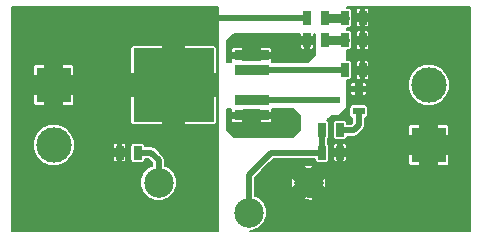
<source format=gtl>
G04 #@! TF.FileFunction,Copper,L1,Top,Signal*
%FSLAX46Y46*%
G04 Gerber Fmt 4.6, Leading zero omitted, Abs format (unit mm)*
G04 Created by KiCad (PCBNEW 4.0.4-stable) date Thu Oct  6 13:32:55 2016*
%MOMM*%
%LPD*%
G01*
G04 APERTURE LIST*
%ADD10C,0.100000*%
%ADD11R,6.799580X6.250940*%
%ADD12R,2.999740X0.810260*%
%ADD13R,3.000000X3.000000*%
%ADD14C,3.000000*%
%ADD15R,0.635000X1.143000*%
%ADD16C,2.499360*%
%ADD17R,1.000760X0.599440*%
%ADD18C,0.600000*%
%ADD19C,0.500000*%
%ADD20C,0.750000*%
%ADD21C,0.170000*%
G04 APERTURE END LIST*
D10*
D11*
X140970000Y-71755000D03*
D12*
X147568920Y-74295000D03*
X147568920Y-73025000D03*
X147568920Y-70485000D03*
X147568920Y-69215000D03*
D13*
X162560000Y-76835000D03*
D14*
X162560000Y-71755000D03*
D15*
X155448000Y-66040000D03*
X156972000Y-66040000D03*
X155448000Y-67945000D03*
X156972000Y-67945000D03*
D13*
X130810000Y-71755000D03*
D14*
X130810000Y-76835000D03*
D15*
X152273000Y-66040000D03*
X153797000Y-66040000D03*
X152273000Y-67945000D03*
X153797000Y-67945000D03*
X153543000Y-75565000D03*
X155067000Y-75565000D03*
X155448000Y-70485000D03*
X156972000Y-70485000D03*
D16*
X152400000Y-80010000D03*
X147320000Y-82550000D03*
X139700000Y-80010000D03*
D17*
X156631640Y-73977500D03*
X154518360Y-73025000D03*
X156631640Y-72072500D03*
D15*
X153543000Y-77470000D03*
X155067000Y-77470000D03*
X136398000Y-77470000D03*
X137922000Y-77470000D03*
D18*
X141605000Y-75565000D03*
X140970000Y-75565000D03*
X140335000Y-75565000D03*
X139700000Y-75565000D03*
X139065000Y-75565000D03*
X138430000Y-75565000D03*
X137795000Y-75565000D03*
X137160000Y-75565000D03*
X136525000Y-75565000D03*
X136525000Y-74930000D03*
X136525000Y-74295000D03*
X136525000Y-73660000D03*
X136525000Y-73025000D03*
X136525000Y-72390000D03*
X136525000Y-71755000D03*
X136525000Y-71120000D03*
X136525000Y-70485000D03*
X136525000Y-69850000D03*
X136525000Y-69215000D03*
X136525000Y-68580000D03*
X136525000Y-67945000D03*
X142240000Y-75565000D03*
X142875000Y-75565000D03*
X137160000Y-67945000D03*
X140970000Y-67945000D03*
X140335000Y-67945000D03*
X139700000Y-67945000D03*
X139065000Y-67945000D03*
X138430000Y-67945000D03*
X137795000Y-67945000D03*
X141605000Y-67945000D03*
X142240000Y-67945000D03*
X142875000Y-67945000D03*
X150495000Y-69215000D03*
X149860000Y-69215000D03*
X149860000Y-74295000D03*
X151130000Y-74930000D03*
X151130000Y-74295000D03*
X150495000Y-74295000D03*
X149860000Y-74930000D03*
X150495000Y-74930000D03*
X151130000Y-75565000D03*
X150495000Y-75565000D03*
X149860000Y-75565000D03*
X149225000Y-75565000D03*
X148590000Y-75565000D03*
X147320000Y-75565000D03*
X147955000Y-75565000D03*
X151130000Y-69215000D03*
X151130000Y-68580000D03*
X150495000Y-68580000D03*
X149860000Y-68580000D03*
X151130000Y-67945000D03*
X147320000Y-67945000D03*
X147955000Y-67945000D03*
X148590000Y-67945000D03*
X149225000Y-67945000D03*
X149860000Y-67945000D03*
X150495000Y-67945000D03*
X146685000Y-75565000D03*
X146050000Y-75565000D03*
X146685000Y-67945000D03*
X146050000Y-67945000D03*
D19*
X140970000Y-75565000D02*
X141605000Y-75565000D01*
X141605000Y-75565000D02*
X142240000Y-75565000D01*
X142240000Y-75565000D02*
X142875000Y-75565000D01*
X140970000Y-71755000D02*
X136525000Y-71755000D01*
X140970000Y-75565000D02*
X140970000Y-71755000D01*
X137160000Y-67945000D02*
X136525000Y-67945000D01*
X136525000Y-67945000D02*
X136525000Y-68580000D01*
X136525000Y-68580000D02*
X136525000Y-69215000D01*
X136525000Y-69215000D02*
X136525000Y-69850000D01*
X136525000Y-69850000D02*
X136525000Y-70485000D01*
X136525000Y-70485000D02*
X136525000Y-71120000D01*
X136525000Y-71120000D02*
X136525000Y-71755000D01*
X137160000Y-67945000D02*
X137795000Y-67945000D01*
X138430000Y-67945000D02*
X137795000Y-67945000D01*
X139065000Y-67945000D02*
X138430000Y-67945000D01*
X139700000Y-67945000D02*
X139065000Y-67945000D01*
X140335000Y-67945000D02*
X139700000Y-67945000D01*
X140970000Y-67945000D02*
X140335000Y-67945000D01*
X140970000Y-67945000D02*
X140970000Y-71755000D01*
X136525000Y-75565000D02*
X137160000Y-75565000D01*
X137160000Y-75565000D02*
X137795000Y-75565000D01*
X137795000Y-75565000D02*
X138430000Y-75565000D01*
X138430000Y-75565000D02*
X139065000Y-75565000D01*
X139065000Y-75565000D02*
X139700000Y-75565000D01*
X139700000Y-75565000D02*
X140335000Y-75565000D01*
X140335000Y-75565000D02*
X140970000Y-75565000D01*
X136525000Y-71755000D02*
X136525000Y-72390000D01*
X136525000Y-72390000D02*
X136525000Y-73025000D01*
X136525000Y-73025000D02*
X136525000Y-73660000D01*
X136525000Y-73660000D02*
X136525000Y-74295000D01*
X136525000Y-74295000D02*
X136525000Y-74930000D01*
X136525000Y-74930000D02*
X136525000Y-75565000D01*
X140970000Y-67945000D02*
X141605000Y-67945000D01*
X141605000Y-67945000D02*
X142240000Y-67945000D01*
X142240000Y-67945000D02*
X142875000Y-67945000D01*
X152273000Y-66040000D02*
X142240000Y-66040000D01*
X140970000Y-67310000D02*
X140970000Y-67945000D01*
X142240000Y-66040000D02*
X140970000Y-67310000D01*
D20*
X153797000Y-66040000D02*
X155448000Y-66040000D01*
X153797000Y-67945000D02*
X155448000Y-67945000D01*
D19*
X151130000Y-74930000D02*
X151130000Y-74295000D01*
X150495000Y-74295000D02*
X151130000Y-74295000D01*
X150495000Y-74295000D02*
X149860000Y-74295000D01*
X149860000Y-74930000D02*
X150495000Y-74930000D01*
X150495000Y-74930000D02*
X151130000Y-74930000D01*
X148590000Y-75565000D02*
X149225000Y-75565000D01*
X149225000Y-75565000D02*
X149860000Y-75565000D01*
X149860000Y-75565000D02*
X150495000Y-75565000D01*
X151130000Y-75565000D02*
X150495000Y-75565000D01*
X147955000Y-75565000D02*
X147320000Y-75565000D01*
X147955000Y-75565000D02*
X148590000Y-75565000D01*
X151130000Y-74930000D02*
X151130000Y-75565000D01*
X149860000Y-69215000D02*
X150495000Y-69215000D01*
X150495000Y-69215000D02*
X151130000Y-69215000D01*
X151130000Y-69215000D02*
X151130000Y-68580000D01*
X150495000Y-68580000D02*
X151130000Y-68580000D01*
X149860000Y-68580000D02*
X150495000Y-68580000D01*
X151130000Y-68580000D02*
X151130000Y-67945000D01*
X151130000Y-67945000D02*
X150495000Y-67945000D01*
X149860000Y-67945000D02*
X150495000Y-67945000D01*
X149225000Y-67945000D02*
X149860000Y-67945000D01*
X148590000Y-67945000D02*
X149225000Y-67945000D01*
X147955000Y-67945000D02*
X148590000Y-67945000D01*
X147320000Y-67945000D02*
X147955000Y-67945000D01*
X146685000Y-75565000D02*
X147320000Y-75565000D01*
X146050000Y-75565000D02*
X146685000Y-75565000D01*
X147568920Y-75316080D02*
X147320000Y-75565000D01*
X147568920Y-74295000D02*
X147568920Y-75316080D01*
X149860000Y-69215000D02*
X147568920Y-69215000D01*
X146050000Y-67945000D02*
X146685000Y-67945000D01*
X146685000Y-67945000D02*
X147320000Y-67945000D01*
X147568920Y-68193920D02*
X147320000Y-67945000D01*
X147568920Y-68193920D02*
X147568920Y-69215000D01*
X147568920Y-70485000D02*
X155448000Y-70485000D01*
X156631640Y-73977500D02*
X156631640Y-75143360D01*
X156210000Y-75565000D02*
X155067000Y-75565000D01*
X156631640Y-75143360D02*
X156210000Y-75565000D01*
X147568920Y-73025000D02*
X154518360Y-73025000D01*
X153543000Y-77470000D02*
X149225000Y-77470000D01*
X147320000Y-79375000D02*
X149225000Y-77470000D01*
X147320000Y-79375000D02*
X147320000Y-82550000D01*
X153543000Y-75565000D02*
X153543000Y-77470000D01*
X139700000Y-80010000D02*
X139700000Y-78105000D01*
X139065000Y-77470000D02*
X137922000Y-77470000D01*
X139700000Y-78105000D02*
X139065000Y-77470000D01*
D21*
G36*
X144695000Y-84125000D02*
X127330000Y-84125000D01*
X127330000Y-77188501D01*
X129024691Y-77188501D01*
X129295868Y-77844800D01*
X129797559Y-78347367D01*
X130453384Y-78619689D01*
X131163501Y-78620309D01*
X131819800Y-78349132D01*
X132322367Y-77847441D01*
X132333969Y-77819500D01*
X135825500Y-77819500D01*
X135825500Y-78092222D01*
X135864321Y-78185946D01*
X135936054Y-78257678D01*
X136029777Y-78296500D01*
X136175500Y-78296500D01*
X136239250Y-78232750D01*
X136239250Y-77755750D01*
X136556750Y-77755750D01*
X136556750Y-78232750D01*
X136620500Y-78296500D01*
X136766223Y-78296500D01*
X136859946Y-78257678D01*
X136931679Y-78185946D01*
X136970500Y-78092222D01*
X136970500Y-77819500D01*
X136906750Y-77755750D01*
X136556750Y-77755750D01*
X136239250Y-77755750D01*
X135889250Y-77755750D01*
X135825500Y-77819500D01*
X132333969Y-77819500D01*
X132594689Y-77191616D01*
X132594989Y-76847778D01*
X135825500Y-76847778D01*
X135825500Y-77120500D01*
X135889250Y-77184250D01*
X136239250Y-77184250D01*
X136239250Y-76707250D01*
X136556750Y-76707250D01*
X136556750Y-77184250D01*
X136906750Y-77184250D01*
X136970500Y-77120500D01*
X136970500Y-76898500D01*
X137313917Y-76898500D01*
X137313917Y-78041500D01*
X137333790Y-78147115D01*
X137396208Y-78244115D01*
X137491447Y-78309189D01*
X137604500Y-78332083D01*
X138239500Y-78332083D01*
X138345115Y-78312210D01*
X138442115Y-78249792D01*
X138507189Y-78154553D01*
X138530083Y-78041500D01*
X138530083Y-78005000D01*
X138843396Y-78005000D01*
X139165000Y-78326604D01*
X139165000Y-78570531D01*
X138831809Y-78708203D01*
X138399720Y-79139539D01*
X138165587Y-79703394D01*
X138165054Y-80313927D01*
X138398203Y-80878191D01*
X138829539Y-81310280D01*
X139393394Y-81544413D01*
X140003927Y-81544946D01*
X140568191Y-81311797D01*
X141000280Y-80880461D01*
X141234413Y-80316606D01*
X141234946Y-79706073D01*
X141001797Y-79141809D01*
X140570461Y-78709720D01*
X140235000Y-78570424D01*
X140235000Y-78105000D01*
X140194276Y-77900264D01*
X140078302Y-77726698D01*
X139443302Y-77091698D01*
X139269736Y-76975724D01*
X139065000Y-76935000D01*
X138530083Y-76935000D01*
X138530083Y-76898500D01*
X138510210Y-76792885D01*
X138447792Y-76695885D01*
X138352553Y-76630811D01*
X138239500Y-76607917D01*
X137604500Y-76607917D01*
X137498885Y-76627790D01*
X137401885Y-76690208D01*
X137336811Y-76785447D01*
X137313917Y-76898500D01*
X136970500Y-76898500D01*
X136970500Y-76847778D01*
X136931679Y-76754054D01*
X136859946Y-76682322D01*
X136766223Y-76643500D01*
X136620500Y-76643500D01*
X136556750Y-76707250D01*
X136239250Y-76707250D01*
X136175500Y-76643500D01*
X136029777Y-76643500D01*
X135936054Y-76682322D01*
X135864321Y-76754054D01*
X135825500Y-76847778D01*
X132594989Y-76847778D01*
X132595309Y-76481499D01*
X132324132Y-75825200D01*
X131822441Y-75322633D01*
X131166616Y-75050311D01*
X130456499Y-75049691D01*
X129800200Y-75320868D01*
X129297633Y-75822559D01*
X129025311Y-76478384D01*
X129024691Y-77188501D01*
X127330000Y-77188501D01*
X127330000Y-72568750D01*
X129055000Y-72568750D01*
X129055000Y-73305723D01*
X129093822Y-73399446D01*
X129165554Y-73471179D01*
X129259278Y-73510000D01*
X129996250Y-73510000D01*
X130060000Y-73446250D01*
X130060000Y-72505000D01*
X131560000Y-72505000D01*
X131560000Y-73446250D01*
X131623750Y-73510000D01*
X132360722Y-73510000D01*
X132454446Y-73471179D01*
X132526178Y-73399446D01*
X132565000Y-73305723D01*
X132565000Y-72733750D01*
X137315210Y-72733750D01*
X137315210Y-74931193D01*
X137354032Y-75024916D01*
X137425764Y-75096649D01*
X137519488Y-75135470D01*
X139991250Y-75135470D01*
X140055000Y-75071720D01*
X140055000Y-72670000D01*
X141885000Y-72670000D01*
X141885000Y-75071720D01*
X141948750Y-75135470D01*
X144420512Y-75135470D01*
X144514236Y-75096649D01*
X144585968Y-75024916D01*
X144624790Y-74931193D01*
X144624790Y-72733750D01*
X144561040Y-72670000D01*
X141885000Y-72670000D01*
X140055000Y-72670000D01*
X137378960Y-72670000D01*
X137315210Y-72733750D01*
X132565000Y-72733750D01*
X132565000Y-72568750D01*
X132501250Y-72505000D01*
X131560000Y-72505000D01*
X130060000Y-72505000D01*
X129118750Y-72505000D01*
X129055000Y-72568750D01*
X127330000Y-72568750D01*
X127330000Y-70204277D01*
X129055000Y-70204277D01*
X129055000Y-70941250D01*
X129118750Y-71005000D01*
X130060000Y-71005000D01*
X130060000Y-70063750D01*
X131560000Y-70063750D01*
X131560000Y-71005000D01*
X132501250Y-71005000D01*
X132565000Y-70941250D01*
X132565000Y-70204277D01*
X132526178Y-70110554D01*
X132454446Y-70038821D01*
X132360722Y-70000000D01*
X131623750Y-70000000D01*
X131560000Y-70063750D01*
X130060000Y-70063750D01*
X129996250Y-70000000D01*
X129259278Y-70000000D01*
X129165554Y-70038821D01*
X129093822Y-70110554D01*
X129055000Y-70204277D01*
X127330000Y-70204277D01*
X127330000Y-68578807D01*
X137315210Y-68578807D01*
X137315210Y-70776250D01*
X137378960Y-70840000D01*
X140055000Y-70840000D01*
X140055000Y-68438280D01*
X141885000Y-68438280D01*
X141885000Y-70840000D01*
X144561040Y-70840000D01*
X144624790Y-70776250D01*
X144624790Y-68578807D01*
X144585968Y-68485084D01*
X144514236Y-68413351D01*
X144420512Y-68374530D01*
X141948750Y-68374530D01*
X141885000Y-68438280D01*
X140055000Y-68438280D01*
X139991250Y-68374530D01*
X137519488Y-68374530D01*
X137425764Y-68413351D01*
X137354032Y-68485084D01*
X137315210Y-68578807D01*
X127330000Y-68578807D01*
X127330000Y-65100000D01*
X144695000Y-65100000D01*
X144695000Y-84125000D01*
X144695000Y-84125000D01*
G37*
X144695000Y-84125000D02*
X127330000Y-84125000D01*
X127330000Y-77188501D01*
X129024691Y-77188501D01*
X129295868Y-77844800D01*
X129797559Y-78347367D01*
X130453384Y-78619689D01*
X131163501Y-78620309D01*
X131819800Y-78349132D01*
X132322367Y-77847441D01*
X132333969Y-77819500D01*
X135825500Y-77819500D01*
X135825500Y-78092222D01*
X135864321Y-78185946D01*
X135936054Y-78257678D01*
X136029777Y-78296500D01*
X136175500Y-78296500D01*
X136239250Y-78232750D01*
X136239250Y-77755750D01*
X136556750Y-77755750D01*
X136556750Y-78232750D01*
X136620500Y-78296500D01*
X136766223Y-78296500D01*
X136859946Y-78257678D01*
X136931679Y-78185946D01*
X136970500Y-78092222D01*
X136970500Y-77819500D01*
X136906750Y-77755750D01*
X136556750Y-77755750D01*
X136239250Y-77755750D01*
X135889250Y-77755750D01*
X135825500Y-77819500D01*
X132333969Y-77819500D01*
X132594689Y-77191616D01*
X132594989Y-76847778D01*
X135825500Y-76847778D01*
X135825500Y-77120500D01*
X135889250Y-77184250D01*
X136239250Y-77184250D01*
X136239250Y-76707250D01*
X136556750Y-76707250D01*
X136556750Y-77184250D01*
X136906750Y-77184250D01*
X136970500Y-77120500D01*
X136970500Y-76898500D01*
X137313917Y-76898500D01*
X137313917Y-78041500D01*
X137333790Y-78147115D01*
X137396208Y-78244115D01*
X137491447Y-78309189D01*
X137604500Y-78332083D01*
X138239500Y-78332083D01*
X138345115Y-78312210D01*
X138442115Y-78249792D01*
X138507189Y-78154553D01*
X138530083Y-78041500D01*
X138530083Y-78005000D01*
X138843396Y-78005000D01*
X139165000Y-78326604D01*
X139165000Y-78570531D01*
X138831809Y-78708203D01*
X138399720Y-79139539D01*
X138165587Y-79703394D01*
X138165054Y-80313927D01*
X138398203Y-80878191D01*
X138829539Y-81310280D01*
X139393394Y-81544413D01*
X140003927Y-81544946D01*
X140568191Y-81311797D01*
X141000280Y-80880461D01*
X141234413Y-80316606D01*
X141234946Y-79706073D01*
X141001797Y-79141809D01*
X140570461Y-78709720D01*
X140235000Y-78570424D01*
X140235000Y-78105000D01*
X140194276Y-77900264D01*
X140078302Y-77726698D01*
X139443302Y-77091698D01*
X139269736Y-76975724D01*
X139065000Y-76935000D01*
X138530083Y-76935000D01*
X138530083Y-76898500D01*
X138510210Y-76792885D01*
X138447792Y-76695885D01*
X138352553Y-76630811D01*
X138239500Y-76607917D01*
X137604500Y-76607917D01*
X137498885Y-76627790D01*
X137401885Y-76690208D01*
X137336811Y-76785447D01*
X137313917Y-76898500D01*
X136970500Y-76898500D01*
X136970500Y-76847778D01*
X136931679Y-76754054D01*
X136859946Y-76682322D01*
X136766223Y-76643500D01*
X136620500Y-76643500D01*
X136556750Y-76707250D01*
X136239250Y-76707250D01*
X136175500Y-76643500D01*
X136029777Y-76643500D01*
X135936054Y-76682322D01*
X135864321Y-76754054D01*
X135825500Y-76847778D01*
X132594989Y-76847778D01*
X132595309Y-76481499D01*
X132324132Y-75825200D01*
X131822441Y-75322633D01*
X131166616Y-75050311D01*
X130456499Y-75049691D01*
X129800200Y-75320868D01*
X129297633Y-75822559D01*
X129025311Y-76478384D01*
X129024691Y-77188501D01*
X127330000Y-77188501D01*
X127330000Y-72568750D01*
X129055000Y-72568750D01*
X129055000Y-73305723D01*
X129093822Y-73399446D01*
X129165554Y-73471179D01*
X129259278Y-73510000D01*
X129996250Y-73510000D01*
X130060000Y-73446250D01*
X130060000Y-72505000D01*
X131560000Y-72505000D01*
X131560000Y-73446250D01*
X131623750Y-73510000D01*
X132360722Y-73510000D01*
X132454446Y-73471179D01*
X132526178Y-73399446D01*
X132565000Y-73305723D01*
X132565000Y-72733750D01*
X137315210Y-72733750D01*
X137315210Y-74931193D01*
X137354032Y-75024916D01*
X137425764Y-75096649D01*
X137519488Y-75135470D01*
X139991250Y-75135470D01*
X140055000Y-75071720D01*
X140055000Y-72670000D01*
X141885000Y-72670000D01*
X141885000Y-75071720D01*
X141948750Y-75135470D01*
X144420512Y-75135470D01*
X144514236Y-75096649D01*
X144585968Y-75024916D01*
X144624790Y-74931193D01*
X144624790Y-72733750D01*
X144561040Y-72670000D01*
X141885000Y-72670000D01*
X140055000Y-72670000D01*
X137378960Y-72670000D01*
X137315210Y-72733750D01*
X132565000Y-72733750D01*
X132565000Y-72568750D01*
X132501250Y-72505000D01*
X131560000Y-72505000D01*
X130060000Y-72505000D01*
X129118750Y-72505000D01*
X129055000Y-72568750D01*
X127330000Y-72568750D01*
X127330000Y-70204277D01*
X129055000Y-70204277D01*
X129055000Y-70941250D01*
X129118750Y-71005000D01*
X130060000Y-71005000D01*
X130060000Y-70063750D01*
X131560000Y-70063750D01*
X131560000Y-71005000D01*
X132501250Y-71005000D01*
X132565000Y-70941250D01*
X132565000Y-70204277D01*
X132526178Y-70110554D01*
X132454446Y-70038821D01*
X132360722Y-70000000D01*
X131623750Y-70000000D01*
X131560000Y-70063750D01*
X130060000Y-70063750D01*
X129996250Y-70000000D01*
X129259278Y-70000000D01*
X129165554Y-70038821D01*
X129093822Y-70110554D01*
X129055000Y-70204277D01*
X127330000Y-70204277D01*
X127330000Y-68578807D01*
X137315210Y-68578807D01*
X137315210Y-70776250D01*
X137378960Y-70840000D01*
X140055000Y-70840000D01*
X140055000Y-68438280D01*
X141885000Y-68438280D01*
X141885000Y-70840000D01*
X144561040Y-70840000D01*
X144624790Y-70776250D01*
X144624790Y-68578807D01*
X144585968Y-68485084D01*
X144514236Y-68413351D01*
X144420512Y-68374530D01*
X141948750Y-68374530D01*
X141885000Y-68438280D01*
X140055000Y-68438280D01*
X139991250Y-68374530D01*
X137519488Y-68374530D01*
X137425764Y-68413351D01*
X137354032Y-68485084D01*
X137315210Y-68578807D01*
X127330000Y-68578807D01*
X127330000Y-65100000D01*
X144695000Y-65100000D01*
X144695000Y-84125000D01*
G36*
X151700500Y-67595500D02*
X151764250Y-67659250D01*
X152114250Y-67659250D01*
X152114250Y-67395000D01*
X152431750Y-67395000D01*
X152431750Y-67659250D01*
X152781750Y-67659250D01*
X152845500Y-67595500D01*
X152845500Y-67395000D01*
X152950000Y-67395000D01*
X152950000Y-69179792D01*
X152364792Y-69765000D01*
X149284544Y-69765000D01*
X149284968Y-69764576D01*
X149323790Y-69670853D01*
X149323790Y-69481315D01*
X149260040Y-69417565D01*
X148318855Y-69417565D01*
X148318855Y-69620130D01*
X146818985Y-69620130D01*
X146818985Y-69417565D01*
X145877800Y-69417565D01*
X145814050Y-69481315D01*
X145814050Y-69670853D01*
X145852872Y-69764576D01*
X145853296Y-69765000D01*
X145500000Y-69765000D01*
X145500000Y-68759147D01*
X145814050Y-68759147D01*
X145814050Y-68948685D01*
X145877800Y-69012435D01*
X146818985Y-69012435D01*
X146818985Y-68618620D01*
X148318855Y-68618620D01*
X148318855Y-69012435D01*
X149260040Y-69012435D01*
X149323790Y-68948685D01*
X149323790Y-68759147D01*
X149284968Y-68665424D01*
X149213236Y-68593691D01*
X149119512Y-68554870D01*
X148382605Y-68554870D01*
X148318855Y-68618620D01*
X146818985Y-68618620D01*
X146755235Y-68554870D01*
X146018328Y-68554870D01*
X145924604Y-68593691D01*
X145852872Y-68665424D01*
X145814050Y-68759147D01*
X145500000Y-68759147D01*
X145500000Y-68294500D01*
X151700500Y-68294500D01*
X151700500Y-68567222D01*
X151739321Y-68660946D01*
X151811054Y-68732678D01*
X151904777Y-68771500D01*
X152050500Y-68771500D01*
X152114250Y-68707750D01*
X152114250Y-68230750D01*
X152431750Y-68230750D01*
X152431750Y-68707750D01*
X152495500Y-68771500D01*
X152641223Y-68771500D01*
X152734946Y-68732678D01*
X152806679Y-68660946D01*
X152845500Y-68567222D01*
X152845500Y-68294500D01*
X152781750Y-68230750D01*
X152431750Y-68230750D01*
X152114250Y-68230750D01*
X151764250Y-68230750D01*
X151700500Y-68294500D01*
X145500000Y-68294500D01*
X145500000Y-67980208D01*
X146085208Y-67395000D01*
X151700500Y-67395000D01*
X151700500Y-67595500D01*
X151700500Y-67595500D01*
G37*
X151700500Y-67595500D02*
X151764250Y-67659250D01*
X152114250Y-67659250D01*
X152114250Y-67395000D01*
X152431750Y-67395000D01*
X152431750Y-67659250D01*
X152781750Y-67659250D01*
X152845500Y-67595500D01*
X152845500Y-67395000D01*
X152950000Y-67395000D01*
X152950000Y-69179792D01*
X152364792Y-69765000D01*
X149284544Y-69765000D01*
X149284968Y-69764576D01*
X149323790Y-69670853D01*
X149323790Y-69481315D01*
X149260040Y-69417565D01*
X148318855Y-69417565D01*
X148318855Y-69620130D01*
X146818985Y-69620130D01*
X146818985Y-69417565D01*
X145877800Y-69417565D01*
X145814050Y-69481315D01*
X145814050Y-69670853D01*
X145852872Y-69764576D01*
X145853296Y-69765000D01*
X145500000Y-69765000D01*
X145500000Y-68759147D01*
X145814050Y-68759147D01*
X145814050Y-68948685D01*
X145877800Y-69012435D01*
X146818985Y-69012435D01*
X146818985Y-68618620D01*
X148318855Y-68618620D01*
X148318855Y-69012435D01*
X149260040Y-69012435D01*
X149323790Y-68948685D01*
X149323790Y-68759147D01*
X149284968Y-68665424D01*
X149213236Y-68593691D01*
X149119512Y-68554870D01*
X148382605Y-68554870D01*
X148318855Y-68618620D01*
X146818985Y-68618620D01*
X146755235Y-68554870D01*
X146018328Y-68554870D01*
X145924604Y-68593691D01*
X145852872Y-68665424D01*
X145814050Y-68759147D01*
X145500000Y-68759147D01*
X145500000Y-68294500D01*
X151700500Y-68294500D01*
X151700500Y-68567222D01*
X151739321Y-68660946D01*
X151811054Y-68732678D01*
X151904777Y-68771500D01*
X152050500Y-68771500D01*
X152114250Y-68707750D01*
X152114250Y-68230750D01*
X152431750Y-68230750D01*
X152431750Y-68707750D01*
X152495500Y-68771500D01*
X152641223Y-68771500D01*
X152734946Y-68732678D01*
X152806679Y-68660946D01*
X152845500Y-68567222D01*
X152845500Y-68294500D01*
X152781750Y-68230750D01*
X152431750Y-68230750D01*
X152114250Y-68230750D01*
X151764250Y-68230750D01*
X151700500Y-68294500D01*
X145500000Y-68294500D01*
X145500000Y-67980208D01*
X146085208Y-67395000D01*
X151700500Y-67395000D01*
X151700500Y-67595500D01*
G36*
X145852872Y-73745424D02*
X145814050Y-73839147D01*
X145814050Y-74028685D01*
X145877800Y-74092435D01*
X146818985Y-74092435D01*
X146818985Y-73889870D01*
X148318855Y-73889870D01*
X148318855Y-74092435D01*
X149260040Y-74092435D01*
X149323790Y-74028685D01*
X149323790Y-73839147D01*
X149284968Y-73745424D01*
X149284544Y-73745000D01*
X151094792Y-73745000D01*
X151680000Y-74330208D01*
X151680000Y-75529792D01*
X151094792Y-76115000D01*
X146085208Y-76115000D01*
X145500000Y-75529792D01*
X145500000Y-74561315D01*
X145814050Y-74561315D01*
X145814050Y-74750853D01*
X145852872Y-74844576D01*
X145924604Y-74916309D01*
X146018328Y-74955130D01*
X146755235Y-74955130D01*
X146818985Y-74891380D01*
X146818985Y-74497565D01*
X148318855Y-74497565D01*
X148318855Y-74891380D01*
X148382605Y-74955130D01*
X149119512Y-74955130D01*
X149213236Y-74916309D01*
X149284968Y-74844576D01*
X149323790Y-74750853D01*
X149323790Y-74561315D01*
X149260040Y-74497565D01*
X148318855Y-74497565D01*
X146818985Y-74497565D01*
X145877800Y-74497565D01*
X145814050Y-74561315D01*
X145500000Y-74561315D01*
X145500000Y-73745000D01*
X145853296Y-73745000D01*
X145852872Y-73745424D01*
X145852872Y-73745424D01*
G37*
X145852872Y-73745424D02*
X145814050Y-73839147D01*
X145814050Y-74028685D01*
X145877800Y-74092435D01*
X146818985Y-74092435D01*
X146818985Y-73889870D01*
X148318855Y-73889870D01*
X148318855Y-74092435D01*
X149260040Y-74092435D01*
X149323790Y-74028685D01*
X149323790Y-73839147D01*
X149284968Y-73745424D01*
X149284544Y-73745000D01*
X151094792Y-73745000D01*
X151680000Y-74330208D01*
X151680000Y-75529792D01*
X151094792Y-76115000D01*
X146085208Y-76115000D01*
X145500000Y-75529792D01*
X145500000Y-74561315D01*
X145814050Y-74561315D01*
X145814050Y-74750853D01*
X145852872Y-74844576D01*
X145924604Y-74916309D01*
X146018328Y-74955130D01*
X146755235Y-74955130D01*
X146818985Y-74891380D01*
X146818985Y-74497565D01*
X148318855Y-74497565D01*
X148318855Y-74891380D01*
X148382605Y-74955130D01*
X149119512Y-74955130D01*
X149213236Y-74916309D01*
X149284968Y-74844576D01*
X149323790Y-74750853D01*
X149323790Y-74561315D01*
X149260040Y-74497565D01*
X148318855Y-74497565D01*
X146818985Y-74497565D01*
X145877800Y-74497565D01*
X145814050Y-74561315D01*
X145500000Y-74561315D01*
X145500000Y-73745000D01*
X145853296Y-73745000D01*
X145852872Y-73745424D01*
G36*
X166040000Y-84125000D02*
X147405000Y-84125000D01*
X147405000Y-84084755D01*
X147623927Y-84084946D01*
X148188191Y-83851797D01*
X148620280Y-83420461D01*
X148854413Y-82856606D01*
X148854946Y-82246073D01*
X148621797Y-81681809D01*
X148333510Y-81393018D01*
X151900639Y-81393018D01*
X152081932Y-81510824D01*
X152680484Y-81518300D01*
X152718068Y-81510824D01*
X152899361Y-81393018D01*
X152400000Y-80893657D01*
X151900639Y-81393018D01*
X148333510Y-81393018D01*
X148190461Y-81249720D01*
X147855000Y-81110424D01*
X147855000Y-80290484D01*
X150891700Y-80290484D01*
X150899176Y-80328068D01*
X151016982Y-80509361D01*
X151516343Y-80010000D01*
X153283657Y-80010000D01*
X153783018Y-80509361D01*
X153900824Y-80328068D01*
X153908300Y-79729516D01*
X153900824Y-79691932D01*
X153783018Y-79510639D01*
X153283657Y-80010000D01*
X151516343Y-80010000D01*
X151016982Y-79510639D01*
X150899176Y-79691932D01*
X150891700Y-80290484D01*
X147855000Y-80290484D01*
X147855000Y-79596604D01*
X148824622Y-78626982D01*
X151900639Y-78626982D01*
X152400000Y-79126343D01*
X152899361Y-78626982D01*
X152718068Y-78509176D01*
X152119516Y-78501700D01*
X152081932Y-78509176D01*
X151900639Y-78626982D01*
X148824622Y-78626982D01*
X149446604Y-78005000D01*
X152934917Y-78005000D01*
X152934917Y-78041500D01*
X152954790Y-78147115D01*
X153017208Y-78244115D01*
X153112447Y-78309189D01*
X153225500Y-78332083D01*
X153860500Y-78332083D01*
X153966115Y-78312210D01*
X154063115Y-78249792D01*
X154128189Y-78154553D01*
X154151083Y-78041500D01*
X154151083Y-77819500D01*
X154494500Y-77819500D01*
X154494500Y-78092222D01*
X154533321Y-78185946D01*
X154605054Y-78257678D01*
X154698777Y-78296500D01*
X154844500Y-78296500D01*
X154908250Y-78232750D01*
X154908250Y-77755750D01*
X155225750Y-77755750D01*
X155225750Y-78232750D01*
X155289500Y-78296500D01*
X155435223Y-78296500D01*
X155528946Y-78257678D01*
X155600679Y-78185946D01*
X155639500Y-78092222D01*
X155639500Y-77819500D01*
X155575750Y-77755750D01*
X155225750Y-77755750D01*
X154908250Y-77755750D01*
X154558250Y-77755750D01*
X154494500Y-77819500D01*
X154151083Y-77819500D01*
X154151083Y-77648750D01*
X160805000Y-77648750D01*
X160805000Y-78385723D01*
X160843822Y-78479446D01*
X160915554Y-78551179D01*
X161009278Y-78590000D01*
X161746250Y-78590000D01*
X161810000Y-78526250D01*
X161810000Y-77585000D01*
X163310000Y-77585000D01*
X163310000Y-78526250D01*
X163373750Y-78590000D01*
X164110722Y-78590000D01*
X164204446Y-78551179D01*
X164276178Y-78479446D01*
X164315000Y-78385723D01*
X164315000Y-77648750D01*
X164251250Y-77585000D01*
X163310000Y-77585000D01*
X161810000Y-77585000D01*
X160868750Y-77585000D01*
X160805000Y-77648750D01*
X154151083Y-77648750D01*
X154151083Y-76898500D01*
X154141539Y-76847778D01*
X154494500Y-76847778D01*
X154494500Y-77120500D01*
X154558250Y-77184250D01*
X154908250Y-77184250D01*
X154908250Y-76707250D01*
X155225750Y-76707250D01*
X155225750Y-77184250D01*
X155575750Y-77184250D01*
X155639500Y-77120500D01*
X155639500Y-76847778D01*
X155600679Y-76754054D01*
X155528946Y-76682322D01*
X155435223Y-76643500D01*
X155289500Y-76643500D01*
X155225750Y-76707250D01*
X154908250Y-76707250D01*
X154844500Y-76643500D01*
X154698777Y-76643500D01*
X154605054Y-76682322D01*
X154533321Y-76754054D01*
X154494500Y-76847778D01*
X154141539Y-76847778D01*
X154131210Y-76792885D01*
X154078000Y-76710195D01*
X154078000Y-76323007D01*
X154128189Y-76249553D01*
X154151083Y-76136500D01*
X154151083Y-74993500D01*
X154458917Y-74993500D01*
X154458917Y-76136500D01*
X154478790Y-76242115D01*
X154541208Y-76339115D01*
X154636447Y-76404189D01*
X154749500Y-76427083D01*
X155384500Y-76427083D01*
X155490115Y-76407210D01*
X155587115Y-76344792D01*
X155652189Y-76249553D01*
X155675083Y-76136500D01*
X155675083Y-76100000D01*
X156210000Y-76100000D01*
X156414736Y-76059276D01*
X156588302Y-75943302D01*
X157009942Y-75521662D01*
X157125916Y-75348096D01*
X157138610Y-75284277D01*
X160805000Y-75284277D01*
X160805000Y-76021250D01*
X160868750Y-76085000D01*
X161810000Y-76085000D01*
X161810000Y-75143750D01*
X163310000Y-75143750D01*
X163310000Y-76085000D01*
X164251250Y-76085000D01*
X164315000Y-76021250D01*
X164315000Y-75284277D01*
X164276178Y-75190554D01*
X164204446Y-75118821D01*
X164110722Y-75080000D01*
X163373750Y-75080000D01*
X163310000Y-75143750D01*
X161810000Y-75143750D01*
X161746250Y-75080000D01*
X161009278Y-75080000D01*
X160915554Y-75118821D01*
X160843822Y-75190554D01*
X160805000Y-75284277D01*
X157138610Y-75284277D01*
X157166640Y-75143360D01*
X157166640Y-74561289D01*
X157237635Y-74547930D01*
X157334635Y-74485512D01*
X157399709Y-74390273D01*
X157422603Y-74277220D01*
X157422603Y-73677780D01*
X157402730Y-73572165D01*
X157340312Y-73475165D01*
X157245073Y-73410091D01*
X157132020Y-73387197D01*
X156131260Y-73387197D01*
X156025645Y-73407070D01*
X155928645Y-73469488D01*
X155863571Y-73564727D01*
X155840677Y-73677780D01*
X155840677Y-74277220D01*
X155860550Y-74382835D01*
X155922968Y-74479835D01*
X156018207Y-74544909D01*
X156096640Y-74560792D01*
X156096640Y-74921756D01*
X155988396Y-75030000D01*
X155675083Y-75030000D01*
X155675083Y-74993500D01*
X155655210Y-74887885D01*
X155592792Y-74790885D01*
X155497553Y-74725811D01*
X155384500Y-74702917D01*
X154749500Y-74702917D01*
X154643885Y-74722790D01*
X154546885Y-74785208D01*
X154481811Y-74880447D01*
X154458917Y-74993500D01*
X154151083Y-74993500D01*
X154131210Y-74887885D01*
X154068792Y-74790885D01*
X153985936Y-74734272D01*
X154340208Y-74380000D01*
X154940000Y-74380000D01*
X154973070Y-74373303D01*
X155000104Y-74355104D01*
X155635104Y-73720104D01*
X155653753Y-73691985D01*
X155660000Y-73660000D01*
X155660000Y-72286110D01*
X155876260Y-72286110D01*
X155876260Y-72422943D01*
X155915082Y-72516666D01*
X155986814Y-72588399D01*
X156080538Y-72627220D01*
X156317700Y-72627220D01*
X156381450Y-72563470D01*
X156381450Y-72222360D01*
X156881830Y-72222360D01*
X156881830Y-72563470D01*
X156945580Y-72627220D01*
X157182742Y-72627220D01*
X157276466Y-72588399D01*
X157348198Y-72516666D01*
X157387020Y-72422943D01*
X157387020Y-72286110D01*
X157323270Y-72222360D01*
X156881830Y-72222360D01*
X156381450Y-72222360D01*
X155940010Y-72222360D01*
X155876260Y-72286110D01*
X155660000Y-72286110D01*
X155660000Y-72108501D01*
X160774691Y-72108501D01*
X161045868Y-72764800D01*
X161547559Y-73267367D01*
X162203384Y-73539689D01*
X162913501Y-73540309D01*
X163569800Y-73269132D01*
X164072367Y-72767441D01*
X164344689Y-72111616D01*
X164345309Y-71401499D01*
X164074132Y-70745200D01*
X163572441Y-70242633D01*
X162916616Y-69970311D01*
X162206499Y-69969691D01*
X161550200Y-70240868D01*
X161047633Y-70742559D01*
X160775311Y-71398384D01*
X160774691Y-72108501D01*
X155660000Y-72108501D01*
X155660000Y-71722057D01*
X155876260Y-71722057D01*
X155876260Y-71858890D01*
X155940010Y-71922640D01*
X156381450Y-71922640D01*
X156381450Y-71581530D01*
X156881830Y-71581530D01*
X156881830Y-71922640D01*
X157323270Y-71922640D01*
X157387020Y-71858890D01*
X157387020Y-71722057D01*
X157348198Y-71628334D01*
X157276466Y-71556601D01*
X157182742Y-71517780D01*
X156945580Y-71517780D01*
X156881830Y-71581530D01*
X156381450Y-71581530D01*
X156317700Y-71517780D01*
X156080538Y-71517780D01*
X155986814Y-71556601D01*
X155915082Y-71628334D01*
X155876260Y-71722057D01*
X155660000Y-71722057D01*
X155660000Y-71347083D01*
X155765500Y-71347083D01*
X155871115Y-71327210D01*
X155968115Y-71264792D01*
X156033189Y-71169553D01*
X156056083Y-71056500D01*
X156056083Y-70834500D01*
X156399500Y-70834500D01*
X156399500Y-71107222D01*
X156438321Y-71200946D01*
X156510054Y-71272678D01*
X156603777Y-71311500D01*
X156749500Y-71311500D01*
X156813250Y-71247750D01*
X156813250Y-70770750D01*
X157130750Y-70770750D01*
X157130750Y-71247750D01*
X157194500Y-71311500D01*
X157340223Y-71311500D01*
X157433946Y-71272678D01*
X157505679Y-71200946D01*
X157544500Y-71107222D01*
X157544500Y-70834500D01*
X157480750Y-70770750D01*
X157130750Y-70770750D01*
X156813250Y-70770750D01*
X156463250Y-70770750D01*
X156399500Y-70834500D01*
X156056083Y-70834500D01*
X156056083Y-69913500D01*
X156046539Y-69862778D01*
X156399500Y-69862778D01*
X156399500Y-70135500D01*
X156463250Y-70199250D01*
X156813250Y-70199250D01*
X156813250Y-69722250D01*
X157130750Y-69722250D01*
X157130750Y-70199250D01*
X157480750Y-70199250D01*
X157544500Y-70135500D01*
X157544500Y-69862778D01*
X157505679Y-69769054D01*
X157433946Y-69697322D01*
X157340223Y-69658500D01*
X157194500Y-69658500D01*
X157130750Y-69722250D01*
X156813250Y-69722250D01*
X156749500Y-69658500D01*
X156603777Y-69658500D01*
X156510054Y-69697322D01*
X156438321Y-69769054D01*
X156399500Y-69862778D01*
X156046539Y-69862778D01*
X156036210Y-69807885D01*
X155973792Y-69710885D01*
X155878553Y-69645811D01*
X155765500Y-69622917D01*
X155660000Y-69622917D01*
X155660000Y-68807083D01*
X155765500Y-68807083D01*
X155871115Y-68787210D01*
X155968115Y-68724792D01*
X156033189Y-68629553D01*
X156056083Y-68516500D01*
X156056083Y-68294500D01*
X156399500Y-68294500D01*
X156399500Y-68567222D01*
X156438321Y-68660946D01*
X156510054Y-68732678D01*
X156603777Y-68771500D01*
X156749500Y-68771500D01*
X156813250Y-68707750D01*
X156813250Y-68230750D01*
X157130750Y-68230750D01*
X157130750Y-68707750D01*
X157194500Y-68771500D01*
X157340223Y-68771500D01*
X157433946Y-68732678D01*
X157505679Y-68660946D01*
X157544500Y-68567222D01*
X157544500Y-68294500D01*
X157480750Y-68230750D01*
X157130750Y-68230750D01*
X156813250Y-68230750D01*
X156463250Y-68230750D01*
X156399500Y-68294500D01*
X156056083Y-68294500D01*
X156056083Y-68200081D01*
X156057760Y-68197571D01*
X156108000Y-67945000D01*
X156057760Y-67692429D01*
X156056083Y-67689919D01*
X156056083Y-67373500D01*
X156046539Y-67322778D01*
X156399500Y-67322778D01*
X156399500Y-67595500D01*
X156463250Y-67659250D01*
X156813250Y-67659250D01*
X156813250Y-67182250D01*
X157130750Y-67182250D01*
X157130750Y-67659250D01*
X157480750Y-67659250D01*
X157544500Y-67595500D01*
X157544500Y-67322778D01*
X157505679Y-67229054D01*
X157433946Y-67157322D01*
X157340223Y-67118500D01*
X157194500Y-67118500D01*
X157130750Y-67182250D01*
X156813250Y-67182250D01*
X156749500Y-67118500D01*
X156603777Y-67118500D01*
X156510054Y-67157322D01*
X156438321Y-67229054D01*
X156399500Y-67322778D01*
X156046539Y-67322778D01*
X156036210Y-67267885D01*
X155973792Y-67170885D01*
X155878553Y-67105811D01*
X155765500Y-67082917D01*
X155660000Y-67082917D01*
X155660000Y-66902083D01*
X155765500Y-66902083D01*
X155871115Y-66882210D01*
X155968115Y-66819792D01*
X156033189Y-66724553D01*
X156056083Y-66611500D01*
X156056083Y-66389500D01*
X156399500Y-66389500D01*
X156399500Y-66662222D01*
X156438321Y-66755946D01*
X156510054Y-66827678D01*
X156603777Y-66866500D01*
X156749500Y-66866500D01*
X156813250Y-66802750D01*
X156813250Y-66325750D01*
X157130750Y-66325750D01*
X157130750Y-66802750D01*
X157194500Y-66866500D01*
X157340223Y-66866500D01*
X157433946Y-66827678D01*
X157505679Y-66755946D01*
X157544500Y-66662222D01*
X157544500Y-66389500D01*
X157480750Y-66325750D01*
X157130750Y-66325750D01*
X156813250Y-66325750D01*
X156463250Y-66325750D01*
X156399500Y-66389500D01*
X156056083Y-66389500D01*
X156056083Y-66295081D01*
X156057760Y-66292571D01*
X156108000Y-66040000D01*
X156057760Y-65787429D01*
X156056083Y-65784919D01*
X156056083Y-65468500D01*
X156046539Y-65417778D01*
X156399500Y-65417778D01*
X156399500Y-65690500D01*
X156463250Y-65754250D01*
X156813250Y-65754250D01*
X156813250Y-65277250D01*
X157130750Y-65277250D01*
X157130750Y-65754250D01*
X157480750Y-65754250D01*
X157544500Y-65690500D01*
X157544500Y-65417778D01*
X157505679Y-65324054D01*
X157433946Y-65252322D01*
X157340223Y-65213500D01*
X157194500Y-65213500D01*
X157130750Y-65277250D01*
X156813250Y-65277250D01*
X156749500Y-65213500D01*
X156603777Y-65213500D01*
X156510054Y-65252322D01*
X156438321Y-65324054D01*
X156399500Y-65417778D01*
X156046539Y-65417778D01*
X156036210Y-65362885D01*
X155973792Y-65265885D01*
X155878553Y-65200811D01*
X155765500Y-65177917D01*
X155660000Y-65177917D01*
X155660000Y-65100000D01*
X166040000Y-65100000D01*
X166040000Y-84125000D01*
X166040000Y-84125000D01*
G37*
X166040000Y-84125000D02*
X147405000Y-84125000D01*
X147405000Y-84084755D01*
X147623927Y-84084946D01*
X148188191Y-83851797D01*
X148620280Y-83420461D01*
X148854413Y-82856606D01*
X148854946Y-82246073D01*
X148621797Y-81681809D01*
X148333510Y-81393018D01*
X151900639Y-81393018D01*
X152081932Y-81510824D01*
X152680484Y-81518300D01*
X152718068Y-81510824D01*
X152899361Y-81393018D01*
X152400000Y-80893657D01*
X151900639Y-81393018D01*
X148333510Y-81393018D01*
X148190461Y-81249720D01*
X147855000Y-81110424D01*
X147855000Y-80290484D01*
X150891700Y-80290484D01*
X150899176Y-80328068D01*
X151016982Y-80509361D01*
X151516343Y-80010000D01*
X153283657Y-80010000D01*
X153783018Y-80509361D01*
X153900824Y-80328068D01*
X153908300Y-79729516D01*
X153900824Y-79691932D01*
X153783018Y-79510639D01*
X153283657Y-80010000D01*
X151516343Y-80010000D01*
X151016982Y-79510639D01*
X150899176Y-79691932D01*
X150891700Y-80290484D01*
X147855000Y-80290484D01*
X147855000Y-79596604D01*
X148824622Y-78626982D01*
X151900639Y-78626982D01*
X152400000Y-79126343D01*
X152899361Y-78626982D01*
X152718068Y-78509176D01*
X152119516Y-78501700D01*
X152081932Y-78509176D01*
X151900639Y-78626982D01*
X148824622Y-78626982D01*
X149446604Y-78005000D01*
X152934917Y-78005000D01*
X152934917Y-78041500D01*
X152954790Y-78147115D01*
X153017208Y-78244115D01*
X153112447Y-78309189D01*
X153225500Y-78332083D01*
X153860500Y-78332083D01*
X153966115Y-78312210D01*
X154063115Y-78249792D01*
X154128189Y-78154553D01*
X154151083Y-78041500D01*
X154151083Y-77819500D01*
X154494500Y-77819500D01*
X154494500Y-78092222D01*
X154533321Y-78185946D01*
X154605054Y-78257678D01*
X154698777Y-78296500D01*
X154844500Y-78296500D01*
X154908250Y-78232750D01*
X154908250Y-77755750D01*
X155225750Y-77755750D01*
X155225750Y-78232750D01*
X155289500Y-78296500D01*
X155435223Y-78296500D01*
X155528946Y-78257678D01*
X155600679Y-78185946D01*
X155639500Y-78092222D01*
X155639500Y-77819500D01*
X155575750Y-77755750D01*
X155225750Y-77755750D01*
X154908250Y-77755750D01*
X154558250Y-77755750D01*
X154494500Y-77819500D01*
X154151083Y-77819500D01*
X154151083Y-77648750D01*
X160805000Y-77648750D01*
X160805000Y-78385723D01*
X160843822Y-78479446D01*
X160915554Y-78551179D01*
X161009278Y-78590000D01*
X161746250Y-78590000D01*
X161810000Y-78526250D01*
X161810000Y-77585000D01*
X163310000Y-77585000D01*
X163310000Y-78526250D01*
X163373750Y-78590000D01*
X164110722Y-78590000D01*
X164204446Y-78551179D01*
X164276178Y-78479446D01*
X164315000Y-78385723D01*
X164315000Y-77648750D01*
X164251250Y-77585000D01*
X163310000Y-77585000D01*
X161810000Y-77585000D01*
X160868750Y-77585000D01*
X160805000Y-77648750D01*
X154151083Y-77648750D01*
X154151083Y-76898500D01*
X154141539Y-76847778D01*
X154494500Y-76847778D01*
X154494500Y-77120500D01*
X154558250Y-77184250D01*
X154908250Y-77184250D01*
X154908250Y-76707250D01*
X155225750Y-76707250D01*
X155225750Y-77184250D01*
X155575750Y-77184250D01*
X155639500Y-77120500D01*
X155639500Y-76847778D01*
X155600679Y-76754054D01*
X155528946Y-76682322D01*
X155435223Y-76643500D01*
X155289500Y-76643500D01*
X155225750Y-76707250D01*
X154908250Y-76707250D01*
X154844500Y-76643500D01*
X154698777Y-76643500D01*
X154605054Y-76682322D01*
X154533321Y-76754054D01*
X154494500Y-76847778D01*
X154141539Y-76847778D01*
X154131210Y-76792885D01*
X154078000Y-76710195D01*
X154078000Y-76323007D01*
X154128189Y-76249553D01*
X154151083Y-76136500D01*
X154151083Y-74993500D01*
X154458917Y-74993500D01*
X154458917Y-76136500D01*
X154478790Y-76242115D01*
X154541208Y-76339115D01*
X154636447Y-76404189D01*
X154749500Y-76427083D01*
X155384500Y-76427083D01*
X155490115Y-76407210D01*
X155587115Y-76344792D01*
X155652189Y-76249553D01*
X155675083Y-76136500D01*
X155675083Y-76100000D01*
X156210000Y-76100000D01*
X156414736Y-76059276D01*
X156588302Y-75943302D01*
X157009942Y-75521662D01*
X157125916Y-75348096D01*
X157138610Y-75284277D01*
X160805000Y-75284277D01*
X160805000Y-76021250D01*
X160868750Y-76085000D01*
X161810000Y-76085000D01*
X161810000Y-75143750D01*
X163310000Y-75143750D01*
X163310000Y-76085000D01*
X164251250Y-76085000D01*
X164315000Y-76021250D01*
X164315000Y-75284277D01*
X164276178Y-75190554D01*
X164204446Y-75118821D01*
X164110722Y-75080000D01*
X163373750Y-75080000D01*
X163310000Y-75143750D01*
X161810000Y-75143750D01*
X161746250Y-75080000D01*
X161009278Y-75080000D01*
X160915554Y-75118821D01*
X160843822Y-75190554D01*
X160805000Y-75284277D01*
X157138610Y-75284277D01*
X157166640Y-75143360D01*
X157166640Y-74561289D01*
X157237635Y-74547930D01*
X157334635Y-74485512D01*
X157399709Y-74390273D01*
X157422603Y-74277220D01*
X157422603Y-73677780D01*
X157402730Y-73572165D01*
X157340312Y-73475165D01*
X157245073Y-73410091D01*
X157132020Y-73387197D01*
X156131260Y-73387197D01*
X156025645Y-73407070D01*
X155928645Y-73469488D01*
X155863571Y-73564727D01*
X155840677Y-73677780D01*
X155840677Y-74277220D01*
X155860550Y-74382835D01*
X155922968Y-74479835D01*
X156018207Y-74544909D01*
X156096640Y-74560792D01*
X156096640Y-74921756D01*
X155988396Y-75030000D01*
X155675083Y-75030000D01*
X155675083Y-74993500D01*
X155655210Y-74887885D01*
X155592792Y-74790885D01*
X155497553Y-74725811D01*
X155384500Y-74702917D01*
X154749500Y-74702917D01*
X154643885Y-74722790D01*
X154546885Y-74785208D01*
X154481811Y-74880447D01*
X154458917Y-74993500D01*
X154151083Y-74993500D01*
X154131210Y-74887885D01*
X154068792Y-74790885D01*
X153985936Y-74734272D01*
X154340208Y-74380000D01*
X154940000Y-74380000D01*
X154973070Y-74373303D01*
X155000104Y-74355104D01*
X155635104Y-73720104D01*
X155653753Y-73691985D01*
X155660000Y-73660000D01*
X155660000Y-72286110D01*
X155876260Y-72286110D01*
X155876260Y-72422943D01*
X155915082Y-72516666D01*
X155986814Y-72588399D01*
X156080538Y-72627220D01*
X156317700Y-72627220D01*
X156381450Y-72563470D01*
X156381450Y-72222360D01*
X156881830Y-72222360D01*
X156881830Y-72563470D01*
X156945580Y-72627220D01*
X157182742Y-72627220D01*
X157276466Y-72588399D01*
X157348198Y-72516666D01*
X157387020Y-72422943D01*
X157387020Y-72286110D01*
X157323270Y-72222360D01*
X156881830Y-72222360D01*
X156381450Y-72222360D01*
X155940010Y-72222360D01*
X155876260Y-72286110D01*
X155660000Y-72286110D01*
X155660000Y-72108501D01*
X160774691Y-72108501D01*
X161045868Y-72764800D01*
X161547559Y-73267367D01*
X162203384Y-73539689D01*
X162913501Y-73540309D01*
X163569800Y-73269132D01*
X164072367Y-72767441D01*
X164344689Y-72111616D01*
X164345309Y-71401499D01*
X164074132Y-70745200D01*
X163572441Y-70242633D01*
X162916616Y-69970311D01*
X162206499Y-69969691D01*
X161550200Y-70240868D01*
X161047633Y-70742559D01*
X160775311Y-71398384D01*
X160774691Y-72108501D01*
X155660000Y-72108501D01*
X155660000Y-71722057D01*
X155876260Y-71722057D01*
X155876260Y-71858890D01*
X155940010Y-71922640D01*
X156381450Y-71922640D01*
X156381450Y-71581530D01*
X156881830Y-71581530D01*
X156881830Y-71922640D01*
X157323270Y-71922640D01*
X157387020Y-71858890D01*
X157387020Y-71722057D01*
X157348198Y-71628334D01*
X157276466Y-71556601D01*
X157182742Y-71517780D01*
X156945580Y-71517780D01*
X156881830Y-71581530D01*
X156381450Y-71581530D01*
X156317700Y-71517780D01*
X156080538Y-71517780D01*
X155986814Y-71556601D01*
X155915082Y-71628334D01*
X155876260Y-71722057D01*
X155660000Y-71722057D01*
X155660000Y-71347083D01*
X155765500Y-71347083D01*
X155871115Y-71327210D01*
X155968115Y-71264792D01*
X156033189Y-71169553D01*
X156056083Y-71056500D01*
X156056083Y-70834500D01*
X156399500Y-70834500D01*
X156399500Y-71107222D01*
X156438321Y-71200946D01*
X156510054Y-71272678D01*
X156603777Y-71311500D01*
X156749500Y-71311500D01*
X156813250Y-71247750D01*
X156813250Y-70770750D01*
X157130750Y-70770750D01*
X157130750Y-71247750D01*
X157194500Y-71311500D01*
X157340223Y-71311500D01*
X157433946Y-71272678D01*
X157505679Y-71200946D01*
X157544500Y-71107222D01*
X157544500Y-70834500D01*
X157480750Y-70770750D01*
X157130750Y-70770750D01*
X156813250Y-70770750D01*
X156463250Y-70770750D01*
X156399500Y-70834500D01*
X156056083Y-70834500D01*
X156056083Y-69913500D01*
X156046539Y-69862778D01*
X156399500Y-69862778D01*
X156399500Y-70135500D01*
X156463250Y-70199250D01*
X156813250Y-70199250D01*
X156813250Y-69722250D01*
X157130750Y-69722250D01*
X157130750Y-70199250D01*
X157480750Y-70199250D01*
X157544500Y-70135500D01*
X157544500Y-69862778D01*
X157505679Y-69769054D01*
X157433946Y-69697322D01*
X157340223Y-69658500D01*
X157194500Y-69658500D01*
X157130750Y-69722250D01*
X156813250Y-69722250D01*
X156749500Y-69658500D01*
X156603777Y-69658500D01*
X156510054Y-69697322D01*
X156438321Y-69769054D01*
X156399500Y-69862778D01*
X156046539Y-69862778D01*
X156036210Y-69807885D01*
X155973792Y-69710885D01*
X155878553Y-69645811D01*
X155765500Y-69622917D01*
X155660000Y-69622917D01*
X155660000Y-68807083D01*
X155765500Y-68807083D01*
X155871115Y-68787210D01*
X155968115Y-68724792D01*
X156033189Y-68629553D01*
X156056083Y-68516500D01*
X156056083Y-68294500D01*
X156399500Y-68294500D01*
X156399500Y-68567222D01*
X156438321Y-68660946D01*
X156510054Y-68732678D01*
X156603777Y-68771500D01*
X156749500Y-68771500D01*
X156813250Y-68707750D01*
X156813250Y-68230750D01*
X157130750Y-68230750D01*
X157130750Y-68707750D01*
X157194500Y-68771500D01*
X157340223Y-68771500D01*
X157433946Y-68732678D01*
X157505679Y-68660946D01*
X157544500Y-68567222D01*
X157544500Y-68294500D01*
X157480750Y-68230750D01*
X157130750Y-68230750D01*
X156813250Y-68230750D01*
X156463250Y-68230750D01*
X156399500Y-68294500D01*
X156056083Y-68294500D01*
X156056083Y-68200081D01*
X156057760Y-68197571D01*
X156108000Y-67945000D01*
X156057760Y-67692429D01*
X156056083Y-67689919D01*
X156056083Y-67373500D01*
X156046539Y-67322778D01*
X156399500Y-67322778D01*
X156399500Y-67595500D01*
X156463250Y-67659250D01*
X156813250Y-67659250D01*
X156813250Y-67182250D01*
X157130750Y-67182250D01*
X157130750Y-67659250D01*
X157480750Y-67659250D01*
X157544500Y-67595500D01*
X157544500Y-67322778D01*
X157505679Y-67229054D01*
X157433946Y-67157322D01*
X157340223Y-67118500D01*
X157194500Y-67118500D01*
X157130750Y-67182250D01*
X156813250Y-67182250D01*
X156749500Y-67118500D01*
X156603777Y-67118500D01*
X156510054Y-67157322D01*
X156438321Y-67229054D01*
X156399500Y-67322778D01*
X156046539Y-67322778D01*
X156036210Y-67267885D01*
X155973792Y-67170885D01*
X155878553Y-67105811D01*
X155765500Y-67082917D01*
X155660000Y-67082917D01*
X155660000Y-66902083D01*
X155765500Y-66902083D01*
X155871115Y-66882210D01*
X155968115Y-66819792D01*
X156033189Y-66724553D01*
X156056083Y-66611500D01*
X156056083Y-66389500D01*
X156399500Y-66389500D01*
X156399500Y-66662222D01*
X156438321Y-66755946D01*
X156510054Y-66827678D01*
X156603777Y-66866500D01*
X156749500Y-66866500D01*
X156813250Y-66802750D01*
X156813250Y-66325750D01*
X157130750Y-66325750D01*
X157130750Y-66802750D01*
X157194500Y-66866500D01*
X157340223Y-66866500D01*
X157433946Y-66827678D01*
X157505679Y-66755946D01*
X157544500Y-66662222D01*
X157544500Y-66389500D01*
X157480750Y-66325750D01*
X157130750Y-66325750D01*
X156813250Y-66325750D01*
X156463250Y-66325750D01*
X156399500Y-66389500D01*
X156056083Y-66389500D01*
X156056083Y-66295081D01*
X156057760Y-66292571D01*
X156108000Y-66040000D01*
X156057760Y-65787429D01*
X156056083Y-65784919D01*
X156056083Y-65468500D01*
X156046539Y-65417778D01*
X156399500Y-65417778D01*
X156399500Y-65690500D01*
X156463250Y-65754250D01*
X156813250Y-65754250D01*
X156813250Y-65277250D01*
X157130750Y-65277250D01*
X157130750Y-65754250D01*
X157480750Y-65754250D01*
X157544500Y-65690500D01*
X157544500Y-65417778D01*
X157505679Y-65324054D01*
X157433946Y-65252322D01*
X157340223Y-65213500D01*
X157194500Y-65213500D01*
X157130750Y-65277250D01*
X156813250Y-65277250D01*
X156749500Y-65213500D01*
X156603777Y-65213500D01*
X156510054Y-65252322D01*
X156438321Y-65324054D01*
X156399500Y-65417778D01*
X156046539Y-65417778D01*
X156036210Y-65362885D01*
X155973792Y-65265885D01*
X155878553Y-65200811D01*
X155765500Y-65177917D01*
X155660000Y-65177917D01*
X155660000Y-65100000D01*
X166040000Y-65100000D01*
X166040000Y-84125000D01*
M02*

</source>
